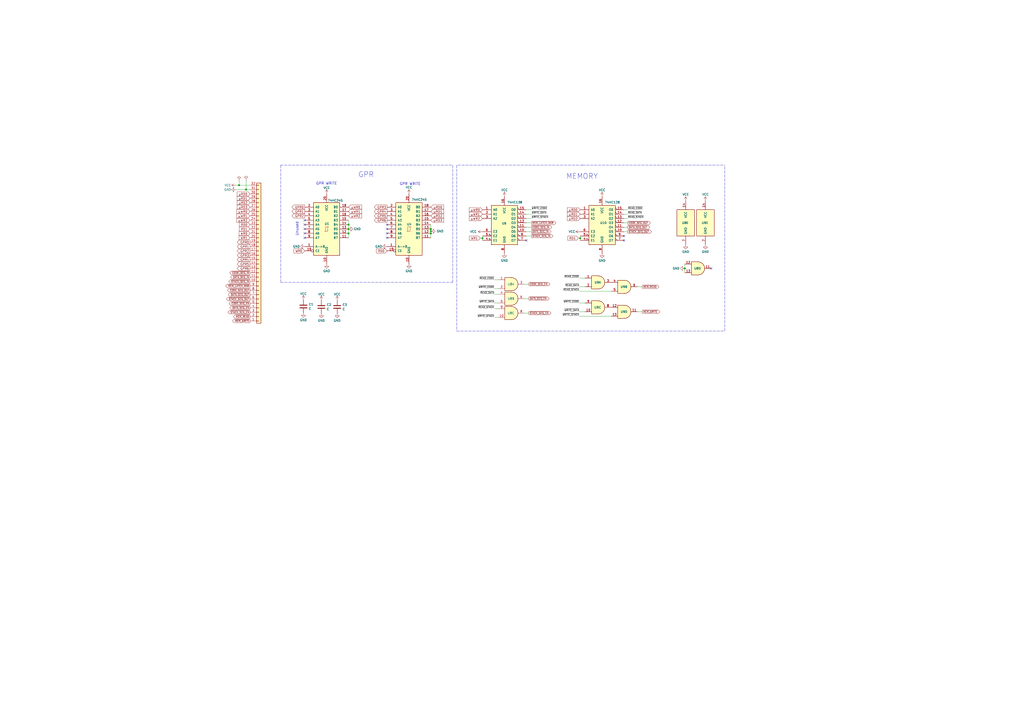
<source format=kicad_sch>
(kicad_sch (version 20211123) (generator eeschema)
  (paper "A2")
  (lib_symbols
    (symbol "74xx:74HC245" (pin_names (offset 1.016))
      (property "Reference" "U" (at -7.62 16.51 0))
      (property "Value" "74HC245" (at -7.62 -16.51 0))
      (symbol "74HC245_1_0"
        (polyline (pts (xy -0.635 -1.27) (xy -0.635 1.27) (xy 0.635 1.27)))
        (polyline (pts (xy -1.27 -1.27) (xy 0.635 -1.27) (xy 0.635 1.27) (xy 1.27 1.27)))
        (pin input line (at -12.7 -10.16 0) (length 5.08) (name "A->B") (number "1"))
        (pin power_in line (at 0 -20.32 90) (length 5.08) (name "GND") (number "10"))
        (pin tri_state line (at 12.7 -5.08 180) (length 5.08) (name "B7") (number "11"))
        (pin tri_state line (at 12.7 -2.54 180) (length 5.08) (name "B6") (number "12"))
        (pin tri_state line (at 12.7 0 180) (length 5.08) (name "B5") (number "13"))
        (pin tri_state line (at 12.7 2.54 180) (length 5.08) (name "B4") (number "14"))
        (pin tri_state line (at 12.7 5.08 180) (length 5.08) (name "B3") (number "15"))
        (pin tri_state line (at 12.7 7.62 180) (length 5.08) (name "B2") (number "16"))
        (pin tri_state line (at 12.7 10.16 180) (length 5.08) (name "B1") (number "17"))
        (pin tri_state line (at 12.7 12.7 180) (length 5.08) (name "B0") (number "18"))
        (pin input inverted (at -12.7 -12.7 0) (length 5.08) (name "CE") (number "19"))
        (pin tri_state line (at -12.7 12.7 0) (length 5.08) (name "A0") (number "2"))
        (pin power_in line (at 0 20.32 270) (length 5.08) (name "VCC") (number "20"))
        (pin tri_state line (at -12.7 10.16 0) (length 5.08) (name "A1") (number "3"))
        (pin tri_state line (at -12.7 7.62 0) (length 5.08) (name "A2") (number "4"))
        (pin tri_state line (at -12.7 5.08 0) (length 5.08) (name "A3") (number "5"))
        (pin tri_state line (at -12.7 2.54 0) (length 5.08) (name "A4") (number "6"))
        (pin tri_state line (at -12.7 0 0) (length 5.08) (name "A5") (number "7"))
        (pin tri_state line (at -12.7 -2.54 0) (length 5.08) (name "A6") (number "8"))
        (pin tri_state line (at -12.7 -5.08 0) (length 5.08) (name "A7") (number "9"))
      )
      (symbol "74HC245_1_1"
        (rectangle (start -7.62 15.24) (end 7.62 -15.24) (stroke (width 0.254)) (fill (type background)))
      )
    )
    (symbol "74xx:74LS08" (pin_names (offset 1.016))
      (property "Reference" "U" (at 0 1.27 0))
      (property "Value" "74LS08" (at 0 -1.27 0))
      (symbol "74LS08_1_1"
        (arc (start 0 -3.81) (mid 3.81 0) (end 0 3.81) (stroke (width 0.254)) (fill (type background)))
        (polyline (pts (xy 0 3.81) (xy -3.81 3.81) (xy -3.81 -3.81) (xy 0 -3.81)) (stroke (width 0.254)) (fill (type background)))
        (pin input line (at -7.62 2.54 0) (length 3.81) (name "~") (number "1"))
        (pin input line (at -7.62 -2.54 0) (length 3.81) (name "~") (number "2"))
        (pin output line (at 7.62 0 180) (length 3.81) (name "~") (number "3"))
      )
      (symbol "74LS08_1_2"
        (arc (start -3.81 -3.81) (mid -2.589 0) (end -3.81 3.81) (stroke (width 0.254)))
        (arc (start -0.6096 -3.81) (mid 2.1855 -2.584) (end 3.81 0) (stroke (width 0.254)) (fill (type background)))
        (polyline (pts (xy -3.81 -3.81) (xy -0.635 -3.81)) (stroke (width 0.254)) (fill (type background)))
        (polyline (pts (xy -3.81 3.81) (xy -0.635 3.81)) (stroke (width 0.254)) (fill (type background)))
        (polyline (pts (xy -0.635 3.81) (xy -3.81 3.81) (xy -3.81 3.81) (xy -3.556 3.4036) (xy -3.0226 2.2606) (xy -2.6924 1.0414) (xy -2.6162 -0.254) (xy -2.7686 -1.4986) (xy -3.175 -2.7178) (xy -3.81 -3.81) (xy -3.81 -3.81) (xy -0.635 -3.81)) (stroke (width -25.4)) (fill (type background)))
        (arc (start 3.81 0) (mid 2.1928 2.5925) (end -0.6096 3.81) (stroke (width 0.254)) (fill (type background)))
        (pin input inverted (at -7.62 2.54 0) (length 4.318) (name "~") (number "1"))
        (pin input inverted (at -7.62 -2.54 0) (length 4.318) (name "~") (number "2"))
        (pin output inverted (at 7.62 0 180) (length 3.81) (name "~") (number "3"))
      )
      (symbol "74LS08_2_1"
        (arc (start 0 -3.81) (mid 3.81 0) (end 0 3.81) (stroke (width 0.254)) (fill (type background)))
        (polyline (pts (xy 0 3.81) (xy -3.81 3.81) (xy -3.81 -3.81) (xy 0 -3.81)) (stroke (width 0.254)) (fill (type background)))
        (pin input line (at -7.62 2.54 0) (length 3.81) (name "~") (number "4"))
        (pin input line (at -7.62 -2.54 0) (length 3.81) (name "~") (number "5"))
        (pin output line (at 7.62 0 180) (length 3.81) (name "~") (number "6"))
      )
      (symbol "74LS08_2_2"
        (arc (start -3.81 -3.81) (mid -2.589 0) (end -3.81 3.81) (stroke (width 0.254)))
        (arc (start -0.6096 -3.81) (mid 2.1855 -2.584) (end 3.81 0) (stroke (width 0.254)) (fill (type background)))
        (polyline (pts (xy -3.81 -3.81) (xy -0.635 -3.81)) (stroke (width 0.254)) (fill (type background)))
        (polyline (pts (xy -3.81 3.81) (xy -0.635 3.81)) (stroke (width 0.254)) (fill (type background)))
        (polyline (pts (xy -0.635 3.81) (xy -3.81 3.81) (xy -3.81 3.81) (xy -3.556 3.4036) (xy -3.0226 2.2606) (xy -2.6924 1.0414) (xy -2.6162 -0.254) (xy -2.7686 -1.4986) (xy -3.175 -2.7178) (xy -3.81 -3.81) (xy -3.81 -3.81) (xy -0.635 -3.81)) (stroke (width -25.4)) (fill (type background)))
        (arc (start 3.81 0) (mid 2.1928 2.5925) (end -0.6096 3.81) (stroke (width 0.254)) (fill (type background)))
        (pin input inverted (at -7.62 2.54 0) (length 4.318) (name "~") (number "4"))
        (pin input inverted (at -7.62 -2.54 0) (length 4.318) (name "~") (number "5"))
        (pin output inverted (at 7.62 0 180) (length 3.81) (name "~") (number "6"))
      )
      (symbol "74LS08_3_1"
        (arc (start 0 -3.81) (mid 3.81 0) (end 0 3.81) (stroke (width 0.254)) (fill (type background)))
        (polyline (pts (xy 0 3.81) (xy -3.81 3.81) (xy -3.81 -3.81) (xy 0 -3.81)) (stroke (width 0.254)) (fill (type background)))
        (pin input line (at -7.62 -2.54 0) (length 3.81) (name "~") (number "10"))
        (pin output line (at 7.62 0 180) (length 3.81) (name "~") (number "8"))
        (pin input line (at -7.62 2.54 0) (length 3.81) (name "~") (number "9"))
      )
      (symbol "74LS08_3_2"
        (arc (start -3.81 -3.81) (mid -2.589 0) (end -3.81 3.81) (stroke (width 0.254)))
        (arc (start -0.6096 -3.81) (mid 2.1855 -2.584) (end 3.81 0) (stroke (width 0.254)) (fill (type background)))
        (polyline (pts (xy -3.81 -3.81) (xy -0.635 -3.81)) (stroke (width 0.254)) (fill (type background)))
        (polyline (pts (xy -3.81 3.81) (xy -0.635 3.81)) (stroke (width 0.254)) (fill (type background)))
        (polyline (pts (xy -0.635 3.81) (xy -3.81 3.81) (xy -3.81 3.81) (xy -3.556 3.4036) (xy -3.0226 2.2606) (xy -2.6924 1.0414) (xy -2.6162 -0.254) (xy -2.7686 -1.4986) (xy -3.175 -2.7178) (xy -3.81 -3.81) (xy -3.81 -3.81) (xy -0.635 -3.81)) (stroke (width -25.4)) (fill (type background)))
        (arc (start 3.81 0) (mid 2.1928 2.5925) (end -0.6096 3.81) (stroke (width 0.254)) (fill (type background)))
        (pin input inverted (at -7.62 -2.54 0) (length 4.318) (name "~") (number "10"))
        (pin output inverted (at 7.62 0 180) (length 3.81) (name "~") (number "8"))
        (pin input inverted (at -7.62 2.54 0) (length 4.318) (name "~") (number "9"))
      )
      (symbol "74LS08_4_1"
        (arc (start 0 -3.81) (mid 3.81 0) (end 0 3.81) (stroke (width 0.254)) (fill (type background)))
        (polyline (pts (xy 0 3.81) (xy -3.81 3.81) (xy -3.81 -3.81) (xy 0 -3.81)) (stroke (width 0.254)) (fill (type background)))
        (pin output line (at 7.62 0 180) (length 3.81) (name "~") (number "11"))
        (pin input line (at -7.62 2.54 0) (length 3.81) (name "~") (number "12"))
        (pin input line (at -7.62 -2.54 0) (length 3.81) (name "~") (number "13"))
      )
      (symbol "74LS08_4_2"
        (arc (start -3.81 -3.81) (mid -2.589 0) (end -3.81 3.81) (stroke (width 0.254)))
        (arc (start -0.6096 -3.81) (mid 2.1855 -2.584) (end 3.81 0) (stroke (width 0.254)) (fill (type background)))
        (polyline (pts (xy -3.81 -3.81) (xy -0.635 -3.81)) (stroke (width 0.254)) (fill (type background)))
        (polyline (pts (xy -3.81 3.81) (xy -0.635 3.81)) (stroke (width 0.254)) (fill (type background)))
        (polyline (pts (xy -0.635 3.81) (xy -3.81 3.81) (xy -3.81 3.81) (xy -3.556 3.4036) (xy -3.0226 2.2606) (xy -2.6924 1.0414) (xy -2.6162 -0.254) (xy -2.7686 -1.4986) (xy -3.175 -2.7178) (xy -3.81 -3.81) (xy -3.81 -3.81) (xy -0.635 -3.81)) (stroke (width -25.4)) (fill (type background)))
        (arc (start 3.81 0) (mid 2.1928 2.5925) (end -0.6096 3.81) (stroke (width 0.254)) (fill (type background)))
        (pin output inverted (at 7.62 0 180) (length 3.81) (name "~") (number "11"))
        (pin input inverted (at -7.62 2.54 0) (length 4.318) (name "~") (number "12"))
        (pin input inverted (at -7.62 -2.54 0) (length 4.318) (name "~") (number "13"))
      )
      (symbol "74LS08_5_0"
        (pin power_in line (at 0 12.7 270) (length 5.08) (name "VCC") (number "14"))
        (pin power_in line (at 0 -12.7 90) (length 5.08) (name "GND") (number "7"))
      )
      (symbol "74LS08_5_1"
        (rectangle (start -5.08 7.62) (end 5.08 -7.62) (stroke (width 0.254)) (fill (type background)))
      )
    )
    (symbol "74xx:74LS138" (pin_names (offset 1.016))
      (property "Reference" "U" (at -7.62 11.43 0))
      (property "Value" "74LS138" (at -7.62 -13.97 0))
      (symbol "74LS138_1_0"
        (pin input line (at -12.7 7.62 0) (length 5.08) (name "A0") (number "1"))
        (pin output output_low (at 12.7 -5.08 180) (length 5.08) (name "O5") (number "10"))
        (pin output output_low (at 12.7 -2.54 180) (length 5.08) (name "O4") (number "11"))
        (pin output output_low (at 12.7 0 180) (length 5.08) (name "O3") (number "12"))
        (pin output output_low (at 12.7 2.54 180) (length 5.08) (name "O2") (number "13"))
        (pin output output_low (at 12.7 5.08 180) (length 5.08) (name "O1") (number "14"))
        (pin output output_low (at 12.7 7.62 180) (length 5.08) (name "O0") (number "15"))
        (pin power_in line (at 0 15.24 270) (length 5.08) (name "VCC") (number "16"))
        (pin input line (at -12.7 5.08 0) (length 5.08) (name "A1") (number "2"))
        (pin input line (at -12.7 2.54 0) (length 5.08) (name "A2") (number "3"))
        (pin input input_low (at -12.7 -10.16 0) (length 5.08) (name "E1") (number "4"))
        (pin input input_low (at -12.7 -7.62 0) (length 5.08) (name "E2") (number "5"))
        (pin input line (at -12.7 -5.08 0) (length 5.08) (name "E3") (number "6"))
        (pin output output_low (at 12.7 -10.16 180) (length 5.08) (name "O7") (number "7"))
        (pin power_in line (at 0 -17.78 90) (length 5.08) (name "GND") (number "8"))
        (pin output output_low (at 12.7 -7.62 180) (length 5.08) (name "O6") (number "9"))
      )
      (symbol "74LS138_1_1"
        (rectangle (start -7.62 10.16) (end 7.62 -12.7) (stroke (width 0.254)) (fill (type background)))
      )
    )
    (symbol "Connector_Generic:Conn_01x32" (pin_names (offset 1.016) hide)
      (property "Reference" "J" (at 0 40.64 0))
      (property "Value" "Conn_01x32" (at 0 -43.18 0))
      (symbol "Conn_01x32_1_1"
        (rectangle (start -1.27 -40.513) (end 0 -40.767) (stroke (width 0.1524)))
        (rectangle (start -1.27 -37.973) (end 0 -38.227) (stroke (width 0.1524)))
        (rectangle (start -1.27 -35.433) (end 0 -35.687) (stroke (width 0.1524)))
        (rectangle (start -1.27 -32.893) (end 0 -33.147) (stroke (width 0.1524)))
        (rectangle (start -1.27 -30.353) (end 0 -30.607) (stroke (width 0.1524)))
        (rectangle (start -1.27 -27.813) (end 0 -28.067) (stroke (width 0.1524)))
        (rectangle (start -1.27 -25.273) (end 0 -25.527) (stroke (width 0.1524)))
        (rectangle (start -1.27 -22.733) (end 0 -22.987) (stroke (width 0.1524)))
        (rectangle (start -1.27 -20.193) (end 0 -20.447) (stroke (width 0.1524)))
        (rectangle (start -1.27 -17.653) (end 0 -17.907) (stroke (width 0.1524)))
        (rectangle (start -1.27 -15.113) (end 0 -15.367) (stroke (width 0.1524)))
        (rectangle (start -1.27 -12.573) (end 0 -12.827) (stroke (width 0.1524)))
        (rectangle (start -1.27 -10.033) (end 0 -10.287) (stroke (width 0.1524)))
        (rectangle (start -1.27 -7.493) (end 0 -7.747) (stroke (width 0.1524)))
        (rectangle (start -1.27 -4.953) (end 0 -5.207) (stroke (width 0.1524)))
        (rectangle (start -1.27 -2.413) (end 0 -2.667) (stroke (width 0.1524)))
        (rectangle (start -1.27 0.127) (end 0 -0.127) (stroke (width 0.1524)))
        (rectangle (start -1.27 2.667) (end 0 2.413) (stroke (width 0.1524)))
        (rectangle (start -1.27 5.207) (end 0 4.953) (stroke (width 0.1524)))
        (rectangle (start -1.27 7.747) (end 0 7.493) (stroke (width 0.1524)))
        (rectangle (start -1.27 10.287) (end 0 10.033) (stroke (width 0.1524)))
        (rectangle (start -1.27 12.827) (end 0 12.573) (stroke (width 0.1524)))
        (rectangle (start -1.27 15.367) (end 0 15.113) (stroke (width 0.1524)))
        (rectangle (start -1.27 17.907) (end 0 17.653) (stroke (width 0.1524)))
        (rectangle (start -1.27 20.447) (end 0 20.193) (stroke (width 0.1524)))
        (rectangle (start -1.27 22.987) (end 0 22.733) (stroke (width 0.1524)))
        (rectangle (start -1.27 25.527) (end 0 25.273) (stroke (width 0.1524)))
        (rectangle (start -1.27 28.067) (end 0 27.813) (stroke (width 0.1524)))
        (rectangle (start -1.27 30.607) (end 0 30.353) (stroke (width 0.1524)))
        (rectangle (start -1.27 33.147) (end 0 32.893) (stroke (width 0.1524)))
        (rectangle (start -1.27 35.687) (end 0 35.433) (stroke (width 0.1524)))
        (rectangle (start -1.27 38.227) (end 0 37.973) (stroke (width 0.1524)))
        (rectangle (start -1.27 39.37) (end 1.27 -41.91) (stroke (width 0.254)) (fill (type background)))
        (pin passive line (at -5.08 38.1 0) (length 3.81) (name "Pin_1") (number "1"))
        (pin passive line (at -5.08 15.24 0) (length 3.81) (name "Pin_10") (number "10"))
        (pin passive line (at -5.08 12.7 0) (length 3.81) (name "Pin_11") (number "11"))
        (pin passive line (at -5.08 10.16 0) (length 3.81) (name "Pin_12") (number "12"))
        (pin passive line (at -5.08 7.62 0) (length 3.81) (name "Pin_13") (number "13"))
        (pin passive line (at -5.08 5.08 0) (length 3.81) (name "Pin_14") (number "14"))
        (pin passive line (at -5.08 2.54 0) (length 3.81) (name "Pin_15") (number "15"))
        (pin passive line (at -5.08 0 0) (length 3.81) (name "Pin_16") (number "16"))
        (pin passive line (at -5.08 -2.54 0) (length 3.81) (name "Pin_17") (number "17"))
        (pin passive line (at -5.08 -5.08 0) (length 3.81) (name "Pin_18") (number "18"))
        (pin passive line (at -5.08 -7.62 0) (length 3.81) (name "Pin_19") (number "19"))
        (pin passive line (at -5.08 35.56 0) (length 3.81) (name "Pin_2") (number "2"))
        (pin passive line (at -5.08 -10.16 0) (length 3.81) (name "Pin_20") (number "20"))
        (pin passive line (at -5.08 -12.7 0) (length 3.81) (name "Pin_21") (number "21"))
        (pin passive line (at -5.08 -15.24 0) (length 3.81) (name "Pin_22") (number "22"))
        (pin passive line (at -5.08 -17.78 0) (length 3.81) (name "Pin_23") (number "23"))
        (pin passive line (at -5.08 -20.32 0) (length 3.81) (name "Pin_24") (number "24"))
        (pin passive line (at -5.08 -22.86 0) (length 3.81) (name "Pin_25") (number "25"))
        (pin passive line (at -5.08 -25.4 0) (length 3.81) (name "Pin_26") (number "26"))
        (pin passive line (at -5.08 -27.94 0) (length 3.81) (name "Pin_27") (number "27"))
        (pin passive line (at -5.08 -30.48 0) (length 3.81) (name "Pin_28") (number "28"))
        (pin passive line (at -5.08 -33.02 0) (length 3.81) (name "Pin_29") (number "29"))
        (pin passive line (at -5.08 33.02 0) (length 3.81) (name "Pin_3") (number "3"))
        (pin passive line (at -5.08 -35.56 0) (length 3.81) (name "Pin_30") (number "30"))
        (pin passive line (at -5.08 -38.1 0) (length 3.81) (name "Pin_31") (number "31"))
        (pin passive line (at -5.08 -40.64 0) (length 3.81) (name "Pin_32") (number "32"))
        (pin passive line (at -5.08 30.48 0) (length 3.81) (name "Pin_4") (number "4"))
        (pin passive line (at -5.08 27.94 0) (length 3.81) (name "Pin_5") (number "5"))
        (pin passive line (at -5.08 25.4 0) (length 3.81) (name "Pin_6") (number "6"))
        (pin passive line (at -5.08 22.86 0) (length 3.81) (name "Pin_7") (number "7"))
        (pin passive line (at -5.08 20.32 0) (length 3.81) (name "Pin_8") (number "8"))
        (pin passive line (at -5.08 17.78 0) (length 3.81) (name "Pin_9") (number "9"))
      )
    )
    (symbol "Device:C" (pin_numbers hide) (pin_names (offset 0.254))
      (property "Reference" "C" (at 0.635 2.54 0))
      (property "Value" "C" (at 0.635 -2.54 0))
      (symbol "C_0_1"
        (polyline (pts (xy -2.032 -0.762) (xy 2.032 -0.762)) (stroke (width 0.508)))
        (polyline (pts (xy -2.032 0.762) (xy 2.032 0.762)) (stroke (width 0.508)))
      )
      (symbol "C_1_1"
        (pin passive line (at 0 3.81 270) (length 2.794) (name "~") (number "1"))
        (pin passive line (at 0 -3.81 90) (length 2.794) (name "~") (number "2"))
      )
    )
    (symbol "power:GND" (power) (pin_names (offset 0))
      (property "Value" "GND" (at 0 -3.81 0))
      (symbol "GND_0_1"
        (polyline (pts (xy 0 0) (xy 0 -1.27) (xy 1.27 -1.27) (xy 0 -2.54) (xy -1.27 -1.27) (xy 0 -1.27)))
      )
      (symbol "GND_1_1"
        (pin power_in line (at 0 0 270) (length 0) hide (name "GND") (number "1"))
      )
    )
    (symbol "power:PWR_FLAG" (power) (pin_numbers hide) (pin_names (offset 0) hide)
      (property "Value" "PWR_FLAG" (at 0 3.81 0))
      (symbol "PWR_FLAG_0_0"
        (pin power_out line (at 0 0 90) (length 0) (name "pwr") (number "1"))
      )
      (symbol "PWR_FLAG_0_1"
        (polyline (pts (xy 0 0) (xy 0 1.27) (xy -1.016 1.905) (xy 0 2.54) (xy 1.016 1.905) (xy 0 1.27)))
      )
    )
    (symbol "power:VCC" (power) (pin_names (offset 0))
      (property "Value" "VCC" (at 0 3.81 0))
      (symbol "VCC_0_1"
        (polyline (pts (xy -0.762 1.27) (xy 0 2.54)))
        (polyline (pts (xy 0 0) (xy 0 2.54)))
        (polyline (pts (xy 0 2.54) (xy 0.762 1.27)))
      )
      (symbol "VCC_1_1"
        (pin power_in line (at 0 0 90) (length 0) hide (name "VCC") (number "1"))
      )
    )
  )
  (junction (at 279.908 138.176))
  (junction (at 202.184 135.382))
  (junction (at 249.936 135.382))
  (junction (at 202.184 130.302))
  (junction (at 138.684 107.442))
  (junction (at 249.936 134.112))
  (junction (at 397.256 155.702))
  (junction (at 336.55 138.176))
  (junction (at 142.748 109.982))
  (junction (at 202.184 132.842))
  (junction (at 249.936 132.842))
  (no_connect (at 176.784 130.302))
  (no_connect (at 361.95 139.446))
  (no_connect (at 224.536 137.922))
  (no_connect (at 305.308 139.446))
  (no_connect (at 224.536 132.842))
  (no_connect (at 224.536 135.382))
  (no_connect (at 361.95 136.906))
  (no_connect (at 176.784 132.842))
  (no_connect (at 412.496 155.702))
  (no_connect (at 176.784 137.922))
  (no_connect (at 176.784 127.762))
  (no_connect (at 224.536 130.302))
  (no_connect (at 176.784 135.382))
  (wire (pts (xy 305.308 136.906) (xy 308.356 136.906)))
  (wire (pts (xy 336.042 168.91) (xy 354.584 168.91)))
  (polyline (pts (xy 420.37 192.024) (xy 420.37 95.758)))
  (wire (pts (xy 249.936 130.302) (xy 249.936 132.842)))
  (wire (pts (xy 305.308 134.366) (xy 308.356 134.366)))
  (wire (pts (xy 335.534 138.176) (xy 336.55 138.176)))
  (wire (pts (xy 278.638 138.176) (xy 279.908 138.176)))
  (polyline (pts (xy 162.814 95.758) (xy 162.814 163.83)))
  (wire (pts (xy 202.184 135.382) (xy 202.184 137.922)))
  (polyline (pts (xy 212.344 95.758) (xy 262.636 95.758)))
  (wire (pts (xy 364.236 131.826) (xy 361.95 131.826)))
  (wire (pts (xy 286.766 167.386) (xy 289.052 167.386)))
  (wire (pts (xy 202.184 127.762) (xy 202.184 130.302)))
  (polyline (pts (xy 264.922 95.758) (xy 264.922 192.024)))
  (wire (pts (xy 249.936 135.382) (xy 249.936 137.922)))
  (wire (pts (xy 336.042 180.848) (xy 339.344 180.848)))
  (wire (pts (xy 249.936 134.112) (xy 249.936 135.382)))
  (wire (pts (xy 308.356 121.666) (xy 305.308 121.666)))
  (wire (pts (xy 286.766 170.688) (xy 289.052 170.688)))
  (wire (pts (xy 336.042 175.768) (xy 339.344 175.768)))
  (wire (pts (xy 306.832 164.846) (xy 304.292 164.846)))
  (wire (pts (xy 249.936 132.842) (xy 249.936 134.112)))
  (wire (pts (xy 136.906 107.442) (xy 138.684 107.442)))
  (wire (pts (xy 136.906 109.982) (xy 142.748 109.982)))
  (wire (pts (xy 364.236 134.366) (xy 361.95 134.366)))
  (wire (pts (xy 305.308 129.286) (xy 308.356 129.286)))
  (wire (pts (xy 142.748 104.648) (xy 142.748 109.982)))
  (wire (pts (xy 372.618 180.848) (xy 369.824 180.848)))
  (wire (pts (xy 306.832 181.61) (xy 304.292 181.61)))
  (wire (pts (xy 286.766 175.768) (xy 289.052 175.768)))
  (wire (pts (xy 364.236 126.746) (xy 361.95 126.746)))
  (wire (pts (xy 336.042 183.388) (xy 354.584 183.388)))
  (wire (pts (xy 142.748 109.982) (xy 145.034 109.982)))
  (wire (pts (xy 306.832 173.228) (xy 304.292 173.228)))
  (wire (pts (xy 138.684 107.442) (xy 145.034 107.442)))
  (wire (pts (xy 336.55 138.176) (xy 336.55 139.446)))
  (wire (pts (xy 397.256 155.702) (xy 397.256 158.242)))
  (wire (pts (xy 364.236 129.286) (xy 361.95 129.286)))
  (polyline (pts (xy 337.82 95.758) (xy 420.37 95.758)))
  (wire (pts (xy 308.356 124.206) (xy 305.308 124.206)))
  (polyline (pts (xy 338.074 95.758) (xy 264.922 95.758)))
  (wire (pts (xy 138.684 104.902) (xy 138.684 107.442)))
  (polyline (pts (xy 262.636 163.83) (xy 262.636 95.758)))
  (wire (pts (xy 336.55 136.906) (xy 336.55 138.176)))
  (wire (pts (xy 372.618 166.37) (xy 369.824 166.37)))
  (polyline (pts (xy 212.344 95.758) (xy 162.814 95.758)))
  (wire (pts (xy 305.308 131.826) (xy 308.356 131.826)))
  (wire (pts (xy 364.236 124.206) (xy 361.95 124.206)))
  (wire (pts (xy 202.184 132.842) (xy 202.184 135.382)))
  (wire (pts (xy 279.908 138.176) (xy 279.908 139.446)))
  (wire (pts (xy 202.184 130.302) (xy 202.184 132.842)))
  (wire (pts (xy 286.766 162.306) (xy 289.052 162.306)))
  (wire (pts (xy 364.236 121.666) (xy 361.95 121.666)))
  (wire (pts (xy 397.256 153.162) (xy 397.256 155.702)))
  (wire (pts (xy 286.766 184.15) (xy 289.052 184.15)))
  (polyline (pts (xy 264.922 192.024) (xy 420.37 192.024)))
  (wire (pts (xy 286.766 179.07) (xy 289.052 179.07)))
  (wire (pts (xy 279.908 136.906) (xy 279.908 138.176)))
  (wire (pts (xy 336.042 166.37) (xy 339.344 166.37)))
  (wire (pts (xy 308.356 126.746) (xy 305.308 126.746)))
  (wire (pts (xy 336.042 161.29) (xy 339.344 161.29)))
  (polyline (pts (xy 162.814 163.83) (xy 262.636 163.83)))
  (text "MEMORY" (at 328.422 104.14 0) (effects (font (size 3 3)) (justify left bottom)))
  (text "GPR" (at 207.772 103.124 0) (effects (font (size 3 3)) (justify left bottom)))
  (text "GPR WRITE" (at 195.58 107.442 180) (effects (font (size 1.5 1.5)) (justify right bottom)))
  (text "Unused" (at 173.228 136.906 90) (effects (font (size 1.5 1.5)) (justify left bottom)))
  (text "GPR WRITE" (at 244.094 107.696 180) (effects (font (size 1.5 1.5)) (justify right bottom)))
  (label "~{READ_STACK}" (at 364.236 126.746 0) (effects (font (size 1 1))))
  (label "~{READ_CODE}" (at 286.766 162.306 180) (effects (font (size 1 1))))
  (label "~{READ_DATA}" (at 286.766 170.688 180) (effects (font (size 1 1))))
  (label "~{WRITE_DATA}" (at 336.042 180.848 180) (effects (font (size 1 1))))
  (label "~{WRITE_CODE}" (at 308.356 121.666 0) (effects (font (size 1 1))))
  (label "~{WRITE_DATA}" (at 286.766 175.768 180) (effects (font (size 1 1))))
  (label "~{READ_DATA}" (at 364.236 124.206 0) (effects (font (size 1 1))))
  (label "~{WRITE_DATA}" (at 308.356 124.206 0) (effects (font (size 1 1))))
  (label "~{READ_STACK}" (at 336.042 168.91 180) (effects (font (size 1 1))))
  (label "~{READ_CODE}" (at 336.042 161.29 180) (effects (font (size 1 1))))
  (label "~{READ_CODE}" (at 364.236 121.666 0) (effects (font (size 1 1))))
  (label "~{WRITE_CODE}" (at 286.766 167.386 180) (effects (font (size 1 1))))
  (label "~{WRITE_CODE}" (at 336.042 175.768 180) (effects (font (size 1 1))))
  (label "~{READ_STACK}" (at 286.766 179.07 180) (effects (font (size 1 1))))
  (label "~{READ_DATA}" (at 336.042 166.37 180) (effects (font (size 1 1))))
  (label "~{WRITE_STACK}" (at 336.042 183.388 180) (effects (font (size 1 1))))
  (label "~{WRITE_STACK}" (at 308.356 126.746 0) (effects (font (size 1 1))))
  (label "~{WRITE_STACK}" (at 286.766 184.15 180) (effects (font (size 1 1))))
  (global_label "GPR6" (shape output) (at 145.034 155.702 180) (property "Intersheet References" "${INTERSHEET_REFS}" (effects hide)))
  (global_label "μRD2" (shape input) (at 336.55 126.746 180) (property "Intersheet References" "${INTERSHEET_REFS}" (effects hide)))
  (global_label "GPR3" (shape output) (at 145.034 148.082 180) (property "Intersheet References" "${INTERSHEET_REFS}" (effects hide)))
  (global_label "μRD1" (shape input) (at 249.936 122.682 0) (property "Intersheet References" "${INTERSHEET_REFS}" (effects hide)))
  (global_label "~{MEM_WRITE}" (shape output) (at 372.618 180.848 0) (effects (font (size 1 1))) (property "Intersheet References" "${INTERSHEET_REFS}" (effects hide)))
  (global_label "μWR0" (shape input) (at 279.908 121.666 180) (property "Intersheet References" "${INTERSHEET_REFS}" (effects hide)))
  (global_label "~{MEM_LATCH_MAR}" (shape output) (at 308.356 129.286 0) (effects (font (size 1 1))) (property "Intersheet References" "${INTERSHEET_REFS}" (effects hide)))
  (global_label "WR1" (shape input) (at 278.638 138.176 180) (property "Intersheet References" "${INTERSHEET_REFS}" (effects hide)))
  (global_label "μRD3" (shape input) (at 145.034 120.142 180) (property "Intersheet References" "${INTERSHEET_REFS}" (effects hide)))
  (global_label "μWR2" (shape input) (at 279.908 126.746 180) (property "Intersheet References" "${INTERSHEET_REFS}" (effects hide)))
  (global_label "RD0" (shape input) (at 145.034 130.302 180) (property "Intersheet References" "${INTERSHEET_REFS}" (effects hide)))
  (global_label "μWR1" (shape input) (at 202.184 122.682 0) (property "Intersheet References" "${INTERSHEET_REFS}" (effects hide)))
  (global_label "~{MEM_READ}" (shape output) (at 145.034 183.642 180) (effects (font (size 1 1))) (property "Intersheet References" "${INTERSHEET_REFS}" (effects hide)))
  (global_label "WR1" (shape input) (at 145.034 137.922 180) (property "Intersheet References" "${INTERSHEET_REFS}" (effects hide)))
  (global_label "μRD3" (shape input) (at 249.936 127.762 0) (property "Intersheet References" "${INTERSHEET_REFS}" (effects hide)))
  (global_label "GPR1" (shape output) (at 145.034 143.002 180) (property "Intersheet References" "${INTERSHEET_REFS}" (effects hide)))
  (global_label "μRD2" (shape input) (at 145.034 117.602 180) (property "Intersheet References" "${INTERSHEET_REFS}" (effects hide)))
  (global_label "~{CODE_SEG_OUT}" (shape output) (at 145.034 168.402 180) (effects (font (size 1 1))) (property "Intersheet References" "${INTERSHEET_REFS}" (effects hide)))
  (global_label "~{STACK_SEG_OUT}" (shape output) (at 364.236 134.366 0) (effects (font (size 1 1))) (property "Intersheet References" "${INTERSHEET_REFS}" (effects hide)))
  (global_label "GPR0" (shape output) (at 145.034 140.462 180) (property "Intersheet References" "${INTERSHEET_REFS}" (effects hide)))
  (global_label "~{MEM_WRITE}" (shape output) (at 145.034 186.182 180) (effects (font (size 1 1))) (property "Intersheet References" "${INTERSHEET_REFS}" (effects hide)))
  (global_label "~{DATA_SEG_OUT}" (shape output) (at 364.236 131.826 0) (effects (font (size 1 1))) (property "Intersheet References" "${INTERSHEET_REFS}" (effects hide)))
  (global_label "GPR2" (shape output) (at 176.784 125.222 180) (property "Intersheet References" "${INTERSHEET_REFS}" (effects hide)))
  (global_label "~{DATA_SEG_EN}" (shape output) (at 145.034 178.562 180) (effects (font (size 1 1))) (property "Intersheet References" "${INTERSHEET_REFS}" (effects hide)))
  (global_label "~{CODE_SEG_OUT}" (shape output) (at 364.236 129.286 0) (effects (font (size 1 1))) (property "Intersheet References" "${INTERSHEET_REFS}" (effects hide)))
  (global_label "μWR0" (shape input) (at 145.034 122.682 180) (property "Intersheet References" "${INTERSHEET_REFS}" (effects hide)))
  (global_label "GPR6" (shape output) (at 224.536 127.762 180) (property "Intersheet References" "${INTERSHEET_REFS}" (effects hide)))
  (global_label "~{DATA_SEG_IN}" (shape output) (at 145.034 160.782 180) (effects (font (size 1 1))) (property "Intersheet References" "${INTERSHEET_REFS}" (effects hide)))
  (global_label "RD1" (shape input) (at 145.034 132.842 180) (property "Intersheet References" "${INTERSHEET_REFS}" (effects hide)))
  (global_label "~{STACK_SEG_OUT}" (shape output) (at 145.034 173.482 180) (effects (font (size 1 1))) (property "Intersheet References" "${INTERSHEET_REFS}" (effects hide)))
  (global_label "μRD0" (shape input) (at 249.936 120.142 0) (property "Intersheet References" "${INTERSHEET_REFS}" (effects hide)))
  (global_label "~{MEM_READ}" (shape output) (at 372.618 166.37 0) (effects (font (size 1 1))) (property "Intersheet References" "${INTERSHEET_REFS}" (effects hide)))
  (global_label "~{STACK_SEG_EN}" (shape output) (at 306.832 181.61 0) (effects (font (size 1 1))) (property "Intersheet References" "${INTERSHEET_REFS}" (effects hide)))
  (global_label "μWR1" (shape input) (at 145.034 125.222 180) (property "Intersheet References" "${INTERSHEET_REFS}" (effects hide)))
  (global_label "RD0" (shape input) (at 224.536 145.542 180) (property "Intersheet References" "${INTERSHEET_REFS}" (effects hide)))
  (global_label "~{CODE_SEG_IN}" (shape output) (at 308.356 131.826 0) (effects (font (size 1 1))) (property "Intersheet References" "${INTERSHEET_REFS}" (effects hide)))
  (global_label "μRD1" (shape input) (at 336.55 124.206 180) (property "Intersheet References" "${INTERSHEET_REFS}" (effects hide)))
  (global_label "GPR5" (shape output) (at 224.536 125.222 180) (property "Intersheet References" "${INTERSHEET_REFS}" (effects hide)))
  (global_label "~{MEM_LATCH_MAR}" (shape output) (at 145.034 165.862 180) (effects (font (size 1 1))) (property "Intersheet References" "${INTERSHEET_REFS}" (effects hide)))
  (global_label "GPR3" (shape output) (at 224.536 120.142 180) (property "Intersheet References" "${INTERSHEET_REFS}" (effects hide)))
  (global_label "μRD0" (shape input) (at 145.034 112.522 180) (property "Intersheet References" "${INTERSHEET_REFS}" (effects hide)))
  (global_label "~{DATA_SEG_EN}" (shape output) (at 306.832 173.228 0) (effects (font (size 1 1))) (property "Intersheet References" "${INTERSHEET_REFS}" (effects hide)))
  (global_label "~{STACK_SEG_IN}" (shape output) (at 308.356 136.906 0) (effects (font (size 1 1))) (property "Intersheet References" "${INTERSHEET_REFS}" (effects hide)))
  (global_label "WR0" (shape input) (at 176.784 145.542 180) (property "Intersheet References" "${INTERSHEET_REFS}" (effects hide)))
  (global_label "μWR0" (shape input) (at 202.184 120.142 0) (property "Intersheet References" "${INTERSHEET_REFS}" (effects hide)))
  (global_label "μRD0" (shape input) (at 336.55 121.666 180) (property "Intersheet References" "${INTERSHEET_REFS}" (effects hide)))
  (global_label "RD1" (shape input) (at 335.534 138.176 180) (property "Intersheet References" "${INTERSHEET_REFS}" (effects hide)))
  (global_label "μWR1" (shape input) (at 279.908 124.206 180) (property "Intersheet References" "${INTERSHEET_REFS}" (effects hide)))
  (global_label "~{STACK_SEG_EN}" (shape output) (at 145.034 181.102 180) (effects (font (size 1 1))) (property "Intersheet References" "${INTERSHEET_REFS}" (effects hide)))
  (global_label "~{CODE_SEG_IN}" (shape output) (at 145.034 158.242 180) (effects (font (size 1 1))) (property "Intersheet References" "${INTERSHEET_REFS}" (effects hide)))
  (global_label "GPR1" (shape output) (at 176.784 122.682 180) (property "Intersheet References" "${INTERSHEET_REFS}" (effects hide)))
  (global_label "GPR5" (shape output) (at 145.034 153.162 180) (property "Intersheet References" "${INTERSHEET_REFS}" (effects hide)))
  (global_label "~{DATA_SEG_OUT}" (shape output) (at 145.034 170.942 180) (effects (font (size 1 1))) (property "Intersheet References" "${INTERSHEET_REFS}" (effects hide)))
  (global_label "WR0" (shape input) (at 145.034 135.382 180) (property "Intersheet References" "${INTERSHEET_REFS}" (effects hide)))
  (global_label "μRD1" (shape input) (at 145.034 115.062 180) (property "Intersheet References" "${INTERSHEET_REFS}" (effects hide)))
  (global_label "μWR2" (shape input) (at 145.034 127.762 180) (property "Intersheet References" "${INTERSHEET_REFS}" (effects hide)))
  (global_label "GPR0" (shape output) (at 176.784 120.142 180) (property "Intersheet References" "${INTERSHEET_REFS}" (effects hide)))
  (global_label "GPR4" (shape output) (at 145.034 150.622 180) (property "Intersheet References" "${INTERSHEET_REFS}" (effects hide)))
  (global_label "~{DATA_SEG_IN}" (shape output) (at 308.356 134.366 0) (effects (font (size 1 1))) (property "Intersheet References" "${INTERSHEET_REFS}" (effects hide)))
  (global_label "~{CODE_SEG_EN}" (shape output) (at 145.034 176.022 180) (effects (font (size 1 1))) (property "Intersheet References" "${INTERSHEET_REFS}" (effects hide)))
  (global_label "~{CODE_SEG_EN}" (shape output) (at 306.832 164.846 0) (effects (font (size 1 1))) (property "Intersheet References" "${INTERSHEET_REFS}" (effects hide)))
  (global_label "μRD2" (shape input) (at 249.936 125.222 0) (property "Intersheet References" "${INTERSHEET_REFS}" (effects hide)))
  (global_label "GPR2" (shape output) (at 145.034 145.542 180) (property "Intersheet References" "${INTERSHEET_REFS}" (effects hide)))
  (global_label "μWR2" (shape input) (at 202.184 125.222 0) (property "Intersheet References" "${INTERSHEET_REFS}" (effects hide)))
  (global_label "~{STACK_SEG_IN}" (shape output) (at 145.034 163.322 180) (effects (font (size 1 1))) (property "Intersheet References" "${INTERSHEET_REFS}" (effects hide)))
  (global_label "GPR4" (shape output) (at 224.536 122.682 180) (property "Intersheet References" "${INTERSHEET_REFS}" (effects hide)))
  (symbol (lib_id "power:VCC") (at 189.484 112.522 0) (unit 1)
    (property "Reference" "#PWR010" (effects hide))
    (property "Value" "VCC" (at 189.484 108.966 0))
  )
  (symbol (lib_id "power:VCC") (at 176.022 173.99 0) (unit 1)
    (property "Reference" "#PWR03" (effects hide))
    (property "Value" "VCC" (at 176.022 170.434 0))
  )
  (symbol (lib_id "power:VCC") (at 409.194 116.586 0) (unit 1)
    (property "Reference" "#PWR037" (effects hide))
    (property "Value" "VCC" (at 409.194 112.776 0))
  )
  (symbol (lib_id "power:VCC") (at 336.55 134.366 90) (unit 1)
    (property "Reference" "#PWR026" (effects hide))
    (property "Value" "VCC" (at 331.724 134.366 90))
  )
  (symbol (lib_id "74xx:74LS08") (at 397.764 129.286 0) (unit 5)
    (property "Reference" "U8" (at 397.51 129.286 0))
    (property "Value" "74HC08" (effects hide))
    (property "Footprint" "Package_SO:SOIC-14_3.9x8.7mm_P1.27mm" (effects hide))
    (property "Datasheet" "http://www.ti.com/lit/gpn/sn74LS08" (effects hide))
  )
  (symbol (lib_id "74xx:74LS08") (at 346.964 163.83 0) (unit 1)
    (property "Reference" "U9" (at 346.71 163.83 0))
    (property "Value" "74HC08" (effects hide))
    (property "Footprint" "Package_SO:SOIC-14_3.9x8.7mm_P1.27mm" (effects hide))
    (property "Datasheet" "http://www.ti.com/lit/gpn/sn74LS08" (effects hide))
  )
  (symbol (lib_id "power:VCC") (at 349.25 114.046 0) (unit 1)
    (property "Reference" "#PWR027" (effects hide))
    (property "Value" "VCC" (at 349.25 110.236 0))
  )
  (symbol (lib_id "power:GND") (at 136.906 109.982 270) (unit 1)
    (property "Reference" "#PWR02" (effects hide))
    (property "Value" "GND" (at 132.08 109.982 90))
  )
  (symbol (lib_id "power:GND") (at 176.022 181.61 0) (unit 1)
    (property "Reference" "#PWR04" (effects hide))
    (property "Value" "GND" (at 176.022 185.674 0))
  )
  (symbol (lib_id "74xx:74HC245") (at 189.484 132.842 0) (unit 1)
    (property "Reference" "U1" (at 188.214 129.794 0) (effects (justify left)))
    (property "Value" "74HC245" (at 189.992 116.332 0) (effects (justify left)))
    (property "Footprint" "Package_SO:SOIC-20W_7.5x12.8mm_P1.27mm" (effects hide))
    (property "Datasheet" "http://www.ti.com/lit/gpn/sn74HC245" (effects hide))
  )
  (symbol (lib_id "74xx:74LS138") (at 292.608 129.286 0) (unit 1)
    (property "Reference" "U6" (at 291.084 129.54 0) (effects (justify left)))
    (property "Value" "74HC138" (at 294.132 117.348 0) (effects (justify left)))
    (property "Footprint" "Package_SO:SOIC-16_3.9x9.9mm_P1.27mm" (effects hide))
    (property "Datasheet" "http://www.ti.com/lit/gpn/sn74LS138" (effects hide))
  )
  (symbol (lib_id "power:VCC") (at 237.236 112.522 0) (unit 1)
    (property "Reference" "#PWR016" (effects hide))
    (property "Value" "VCC" (at 237.236 108.712 0))
  )
  (symbol (lib_id "Device:C") (at 176.022 177.8 0) (unit 1)
    (property "Reference" "C1" (at 179.07 176.5299 0) (effects (justify left)))
    (property "Value" "C" (at 179.07 179.0699 0) (effects (justify left)))
    (property "Footprint" "Capacitor_SMD:C_0805_2012Metric" (effects hide))
  )
  (symbol (lib_id "power:GND") (at 189.484 153.162 0) (unit 1)
    (property "Reference" "#PWR011" (effects hide))
    (property "Value" "GND" (at 189.484 157.226 0))
  )
  (symbol (lib_id "power:GND") (at 409.194 141.986 0) (unit 1)
    (property "Reference" "#PWR038" (effects hide))
    (property "Value" "GND" (at 409.194 146.05 0))
  )
  (symbol (lib_id "74xx:74LS08") (at 296.672 181.61 0) (unit 3)
    (property "Reference" "U8" (at 296.418 181.61 0))
    (property "Value" "74HC08" (effects hide))
    (property "Footprint" "Package_SO:SOIC-14_3.9x8.7mm_P1.27mm" (effects hide))
    (property "Datasheet" "http://www.ti.com/lit/gpn/sn74LS08" (effects hide))
  )
  (symbol (lib_id "74xx:74LS08") (at 404.876 155.702 0) (unit 4)
    (property "Reference" "U8" (at 404.622 155.702 0))
    (property "Value" "74HC08" (effects hide))
    (property "Footprint" "Package_SO:SOIC-14_3.9x8.7mm_P1.27mm" (effects hide))
    (property "Datasheet" "http://www.ti.com/lit/gpn/sn74LS08" (effects hide))
  )
  (symbol (lib_id "74xx:74LS08") (at 409.194 129.286 0) (unit 5)
    (property "Reference" "U9" (at 408.94 129.286 0))
    (property "Value" "74HC08" (effects hide))
    (property "Footprint" "Package_SO:SOIC-14_3.9x8.7mm_P1.27mm" (effects hide))
    (property "Datasheet" "http://www.ti.com/lit/gpn/sn74LS08" (effects hide))
  )
  (symbol (lib_id "power:PWR_FLAG") (at 142.748 104.648 0) (unit 1)
    (property "Reference" "#FLG02" (effects hide))
    (property "Value" "PWR_FLAG" (effects hide))
  )
  (symbol (lib_id "74xx:74LS08") (at 362.204 180.848 0) (unit 4)
    (property "Reference" "U9" (at 361.95 180.848 0))
    (property "Value" "74HC08" (effects hide))
    (property "Footprint" "Package_SO:SOIC-14_3.9x8.7mm_P1.27mm" (effects hide))
    (property "Datasheet" "http://www.ti.com/lit/gpn/sn74LS08" (effects hide))
  )
  (symbol (lib_id "74xx:74LS08") (at 346.964 178.308 0) (unit 3)
    (property "Reference" "U9" (at 346.71 178.308 0))
    (property "Value" "74HC08" (effects hide))
    (property "Footprint" "Package_SO:SOIC-14_3.9x8.7mm_P1.27mm" (effects hide))
    (property "Datasheet" "http://www.ti.com/lit/gpn/sn74LS08" (effects hide))
  )
  (symbol (lib_id "power:GND") (at 195.58 181.864 0) (unit 1)
    (property "Reference" "#PWR08" (effects hide))
    (property "Value" "GND" (at 195.58 185.928 0))
  )
  (symbol (lib_id "power:GND") (at 397.256 155.702 270) (unit 1)
    (property "Reference" "#PWR032" (effects hide))
    (property "Value" "GND" (at 394.208 155.702 90) (effects (justify right)))
  )
  (symbol (lib_id "power:GND") (at 186.436 181.864 0) (unit 1)
    (property "Reference" "#PWR06" (effects hide))
    (property "Value" "GND" (at 186.436 185.928 0))
  )
  (symbol (lib_id "74xx:74LS08") (at 296.672 164.846 0) (unit 1)
    (property "Reference" "U8" (at 296.418 164.846 0))
    (property "Value" "74HC08" (effects hide))
    (property "Footprint" "Package_SO:SOIC-14_3.9x8.7mm_P1.27mm" (effects hide))
    (property "Datasheet" "http://www.ti.com/lit/gpn/sn74LS08" (effects hide))
  )
  (symbol (lib_id "74xx:74LS08") (at 362.204 166.37 0) (unit 2)
    (property "Reference" "U9" (at 361.95 166.37 0))
    (property "Value" "74HC08" (effects hide))
    (property "Footprint" "Package_SO:SOIC-14_3.9x8.7mm_P1.27mm" (effects hide))
    (property "Datasheet" "http://www.ti.com/lit/gpn/sn74LS08" (effects hide))
  )
  (symbol (lib_id "power:GND") (at 397.764 141.986 0) (unit 1)
    (property "Reference" "#PWR034" (effects hide))
    (property "Value" "GND" (at 397.764 146.05 0))
  )
  (symbol (lib_id "power:VCC") (at 186.436 174.244 0) (unit 1)
    (property "Reference" "#PWR05" (effects hide))
    (property "Value" "VCC" (at 186.436 170.688 0))
  )
  (symbol (lib_id "74xx:74HC245") (at 237.236 132.842 0) (unit 1)
    (property "Reference" "U4" (at 235.966 130.048 0) (effects (justify left)))
    (property "Value" "74HC245" (at 238.76 115.824 0) (effects (justify left)))
    (property "Footprint" "Package_SO:SOIC-20W_7.5x12.8mm_P1.27mm" (effects hide))
    (property "Datasheet" "http://www.ti.com/lit/gpn/sn74HC245" (effects hide))
  )
  (symbol (lib_id "power:VCC") (at 279.908 134.366 90) (unit 1)
    (property "Reference" "#PWR019" (effects hide))
    (property "Value" "VCC" (at 274.574 134.366 90))
  )
  (symbol (lib_id "power:GND") (at 224.536 143.002 270) (unit 1)
    (property "Reference" "#PWR015" (effects hide))
    (property "Value" "GND" (at 219.71 143.002 90))
  )
  (symbol (lib_id "74xx:74LS08") (at 296.672 173.228 0) (unit 2)
    (property "Reference" "U8" (at 296.418 173.228 0))
    (property "Value" "74HC08" (effects hide))
    (property "Footprint" "Package_SO:SOIC-14_3.9x8.7mm_P1.27mm" (effects hide))
    (property "Datasheet" "http://www.ti.com/lit/gpn/sn74LS08" (effects hide))
  )
  (symbol (lib_id "power:VCC") (at 136.906 107.442 90) (unit 1)
    (property "Reference" "#PWR01" (effects hide))
    (property "Value" "VCC" (at 132.08 107.442 90))
  )
  (symbol (lib_id "power:VCC") (at 195.58 174.244 0) (unit 1)
    (property "Reference" "#PWR07" (effects hide))
    (property "Value" "VCC" (at 195.58 170.688 0))
  )
  (symbol (lib_id "power:VCC") (at 397.764 116.586 0) (unit 1)
    (property "Reference" "#PWR033" (effects hide))
    (property "Value" "VCC" (at 397.764 112.776 0))
  )
  (symbol (lib_id "74xx:74LS138") (at 349.25 129.286 0) (unit 1)
    (property "Reference" "U10" (at 347.98 129.286 0) (effects (justify left)))
    (property "Value" "74HC138" (at 350.774 117.348 0) (effects (justify left)))
    (property "Footprint" "Package_SO:SOIC-16_3.9x9.9mm_P1.27mm" (effects hide))
    (property "Datasheet" "http://www.ti.com/lit/gpn/sn74LS138" (effects hide))
  )
  (symbol (lib_id "power:GND") (at 202.184 132.842 90) (mirror x) (unit 1)
    (property "Reference" "#PWR014" (effects hide))
    (property "Value" "GND" (at 207.264 132.842 90))
  )
  (symbol (lib_id "power:GND") (at 237.236 153.162 0) (unit 1)
    (property "Reference" "#PWR017" (effects hide))
    (property "Value" "GND" (at 237.236 157.226 0))
  )
  (symbol (lib_id "power:PWR_FLAG") (at 138.684 104.902 0) (unit 1)
    (property "Reference" "#FLG01" (effects hide))
    (property "Value" "PWR_FLAG" (effects hide))
  )
  (symbol (lib_id "power:GND") (at 249.936 134.112 90) (mirror x) (unit 1)
    (property "Reference" "#PWR018" (effects hide))
    (property "Value" "GND" (at 255.27 134.112 90))
  )
  (symbol (lib_id "power:VCC") (at 292.608 114.046 0) (unit 1)
    (property "Reference" "#PWR020" (effects hide))
    (property "Value" "VCC" (at 292.608 110.236 0))
  )
  (symbol (lib_id "power:GND") (at 292.608 147.066 0) (unit 1)
    (property "Reference" "#PWR021" (effects hide))
    (property "Value" "GND" (at 292.608 151.13 0))
  )
  (symbol (lib_id "Device:C") (at 186.436 178.054 0) (unit 1)
    (property "Reference" "C2" (at 189.484 176.7839 0) (effects (justify left)))
    (property "Value" "C" (at 189.484 179.3239 0) (effects (justify left)))
    (property "Footprint" "Capacitor_SMD:C_0805_2012Metric" (effects hide))
  )
  (symbol (lib_id "Connector_Generic:Conn_01x32") (at 150.114 148.082 0) (mirror x) (unit 1)
    (property "Reference" "J1" (effects hide))
    (property "Value" "Conn_01x32" (effects hide))
    (property "Footprint" "Connector_PinHeader_2.54mm:PinHeader_1x32_P2.54mm_Horizontal" (effects hide))
  )
  (symbol (lib_id "Device:C") (at 195.58 178.054 0) (unit 1)
    (property "Reference" "C3" (at 198.628 176.7839 0) (effects (justify left)))
    (property "Value" "C" (at 198.628 179.3239 0) (effects (justify left)))
    (property "Footprint" "Capacitor_SMD:C_0805_2012Metric" (effects hide))
  )
  (symbol (lib_id "power:GND") (at 349.25 147.066 0) (unit 1)
    (property "Reference" "#PWR028" (effects hide))
    (property "Value" "GND" (at 349.25 151.13 0))
  )
  (symbol (lib_id "power:GND") (at 176.784 143.002 270) (unit 1)
    (property "Reference" "#PWR09" (effects hide))
    (property "Value" "GND" (at 171.958 143.002 90))
  )
)
</source>
